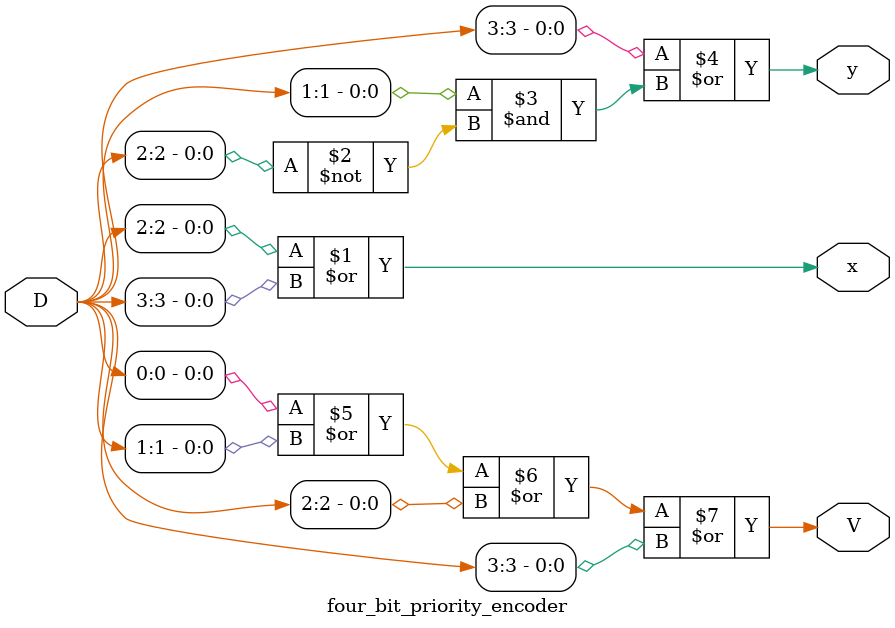
<source format=v>
module four_bit_priority_encoder
(
	D,
	x,
	y,
	V
);

	input [3:0] D;
	output x, y, V;

	assign x = D[2] | D[3];
	assign y = D[3] | (D[1] & ~D[2]);
	assign V = D[0] | D[1] | D[2] | D[3];

endmodule

</source>
